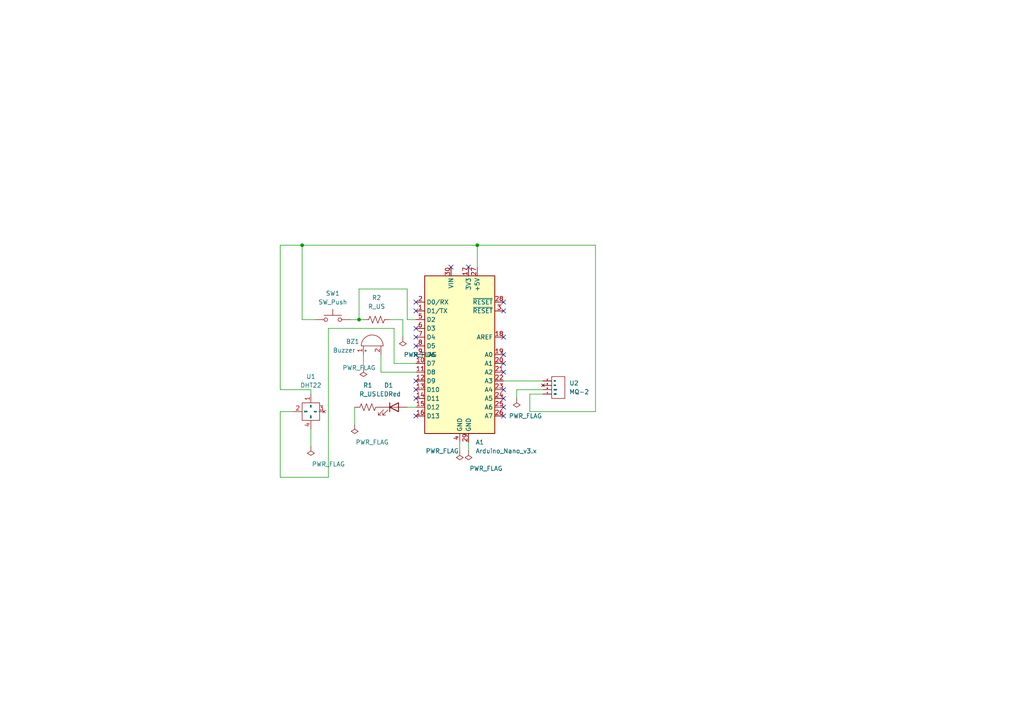
<source format=kicad_sch>
(kicad_sch (version 20211123) (generator eeschema)
  (paper "A4")
  (title_block (title "PureAir Schematique") (rev "1.0") (company "Scientux"))
  (lib_symbols
    (symbol "Device:Buzzer" (pin_names (offset 0.0254) hide)
      (property "Reference" "BZ" (at 3.81 1.27 0))
      (property "Value" "Buzzer" (at 3.81 -1.27 0))
      (symbol "Buzzer_0_1"
        (arc (start 0 -3.175) (mid 3.175 0) (end 0 3.175))
        (polyline (pts (xy -1.651 1.905) (xy -1.143 1.905)))
        (polyline (pts (xy -1.397 2.159) (xy -1.397 1.651)))
        (polyline (pts (xy 0 3.175) (xy 0 -3.175)))
      )
      (symbol "Buzzer_1_1"
        (pin passive line (at -2.54 2.54 0) (length 2.54) (name "-") (number "1"))
        (pin passive line (at -2.54 -2.54 0) (length 2.54) (name "+") (number "2"))
      )
    )
    (symbol "Device:LED" (pin_numbers hide) (pin_names (offset 1.016) hide)
      (property "Reference" "D" (at 0 2.54 0))
      (property "Value" "LED" (at 0 -2.54 0))
      (symbol "LED_0_1"
        (polyline (pts (xy -1.27 -1.27) (xy -1.27 1.27)) (stroke (width 0.254)))
        (polyline (pts (xy -1.27 0) (xy 1.27 0)))
        (polyline (pts (xy 1.27 -1.27) (xy 1.27 1.27) (xy -1.27 0) (xy 1.27 -1.27)) (stroke (width 0.254)))
        (polyline (pts (xy -3.048 -0.762) (xy -4.572 -2.286) (xy -3.81 -2.286) (xy -4.572 -2.286) (xy -4.572 -1.524)))
        (polyline (pts (xy -1.778 -0.762) (xy -3.302 -2.286) (xy -2.54 -2.286) (xy -3.302 -2.286) (xy -3.302 -1.524)))
      )
      (symbol "LED_1_1"
        (pin passive line (at -3.81 0 0) (length 2.54) (name "K") (number "1"))
        (pin passive line (at 3.81 0 180) (length 2.54) (name "A") (number "2"))
      )
    )
    (symbol "Device:R_US" (pin_numbers hide) (pin_names (offset 0))
      (property "Reference" "R" (at 2.54 0 90))
      (property "Value" "R_US" (at -2.54 0 90))
      (symbol "R_US_0_1"
        (polyline (pts (xy 0 -2.286) (xy 0 -2.54)))
        (polyline (pts (xy 0 2.286) (xy 0 2.54)))
        (polyline (pts (xy 0 -0.762) (xy 1.016 -1.143) (xy 0 -1.524) (xy -1.016 -1.905) (xy 0 -2.286)))
        (polyline (pts (xy 0 0.762) (xy 1.016 0.381) (xy 0 0) (xy -1.016 -0.381) (xy 0 -0.762)))
        (polyline (pts (xy 0 2.286) (xy 1.016 1.905) (xy 0 1.524) (xy -1.016 1.143) (xy 0 0.762)))
      )
      (symbol "R_US_1_1"
        (pin passive line (at 0 3.81 270) (length 1.27) (name "~") (number "1"))
        (pin passive line (at 0 -3.81 90) (length 1.27) (name "~") (number "2"))
      )
    )
    (symbol "MCU_Module:Arduino_Nano_v3.x"
      (property "Reference" "A" (at -10.16 23.495 0))
      (property "Value" "Arduino_Nano_v3.x" (at 5.08 -24.13 0))
      (symbol "Arduino_Nano_v3.x_0_1"
        (rectangle (start -10.16 22.86) (end 10.16 -22.86) (stroke (width 0.254)) (fill (type background)))
      )
      (symbol "Arduino_Nano_v3.x_1_1"
        (pin bidirectional line (at -12.7 12.7 0) (length 2.54) (name "D1/TX") (number "1"))
        (pin bidirectional line (at -12.7 -2.54 0) (length 2.54) (name "D7") (number "10"))
        (pin bidirectional line (at -12.7 -5.08 0) (length 2.54) (name "D8") (number "11"))
        (pin bidirectional line (at -12.7 -7.62 0) (length 2.54) (name "D9") (number "12"))
        (pin bidirectional line (at -12.7 -10.16 0) (length 2.54) (name "D10") (number "13"))
        (pin bidirectional line (at -12.7 -12.7 0) (length 2.54) (name "D11") (number "14"))
        (pin bidirectional line (at -12.7 -15.24 0) (length 2.54) (name "D12") (number "15"))
        (pin bidirectional line (at -12.7 -17.78 0) (length 2.54) (name "D13") (number "16"))
        (pin power_out line (at 2.54 25.4 270) (length 2.54) (name "3V3") (number "17"))
        (pin input line (at 12.7 5.08 180) (length 2.54) (name "AREF") (number "18"))
        (pin bidirectional line (at 12.7 0 180) (length 2.54) (name "A0") (number "19"))
        (pin bidirectional line (at -12.7 15.24 0) (length 2.54) (name "D0/RX") (number "2"))
        (pin bidirectional line (at 12.7 -2.54 180) (length 2.54) (name "A1") (number "20"))
        (pin bidirectional line (at 12.7 -5.08 180) (length 2.54) (name "A2") (number "21"))
        (pin bidirectional line (at 12.7 -7.62 180) (length 2.54) (name "A3") (number "22"))
        (pin bidirectional line (at 12.7 -10.16 180) (length 2.54) (name "A4") (number "23"))
        (pin bidirectional line (at 12.7 -12.7 180) (length 2.54) (name "A5") (number "24"))
        (pin bidirectional line (at 12.7 -15.24 180) (length 2.54) (name "A6") (number "25"))
        (pin bidirectional line (at 12.7 -17.78 180) (length 2.54) (name "A7") (number "26"))
        (pin power_out line (at 5.08 25.4 270) (length 2.54) (name "+5V") (number "27"))
        (pin input line (at 12.7 15.24 180) (length 2.54) (name "~{RESET}") (number "28"))
        (pin power_in line (at 2.54 -25.4 90) (length 2.54) (name "GND") (number "29"))
        (pin input line (at 12.7 12.7 180) (length 2.54) (name "~{RESET}") (number "3"))
        (pin power_in line (at -2.54 25.4 270) (length 2.54) (name "VIN") (number "30"))
        (pin power_in line (at 0 -25.4 90) (length 2.54) (name "GND") (number "4"))
        (pin bidirectional line (at -12.7 10.16 0) (length 2.54) (name "D2") (number "5"))
        (pin bidirectional line (at -12.7 7.62 0) (length 2.54) (name "D3") (number "6"))
        (pin bidirectional line (at -12.7 5.08 0) (length 2.54) (name "D4") (number "7"))
        (pin bidirectional line (at -12.7 2.54 0) (length 2.54) (name "D5") (number "8"))
        (pin bidirectional line (at -12.7 0 0) (length 2.54) (name "D6") (number "9"))
      )
    )
    (symbol "PureAirLib:DHT22"
      (property "Reference" "U" (at 7.62 7.62 0))
      (property "Value" "DHT22" (at -7.62 7.62 0))
      (symbol "DHT22_0_1"
        (rectangle (start 2.54 -2.54) (end -2.54 2.54))
      )
      (symbol "DHT22_1_1"
        (pin power_in line (at 0 5.08 270) (length 2.54) (name "VDD") (number "1"))
        (pin bidirectional line (at -5.08 0 0) (length 2.54) (name "DATA") (number "2"))
        (pin no_connect line (at 3.81 0 180) (length 1.5) (name "Null") (number "3"))
        (pin power_in line (at 0 -5.08 90) (length 2.54) (name "GND") (number "4"))
      )
    )
    (symbol "PureAirLib:MQ-2"
      (property "Reference" "U" (at 1.27 5.08 0))
      (property "Value" "MQ-2" (at 1.27 3.81 0))
      (symbol "MQ-2_0_1"
        (rectangle (start 0 2.54) (end 3.81 -3.81))
      )
      (symbol "MQ-2_1_1"
        (pin bidirectional line (at -2.54 1.27 0) (length 2.54) (name "AO") (number "1"))
        (pin no_connect line (at -2.54 0 0) (length 2.54) (name "DO") (number "2"))
        (pin power_in line (at -2.54 -1.27 0) (length 2.54) (name "GND") (number "3"))
        (pin power_in line (at -2.54 -2.54 0) (length 2.54) (name "VCC") (number "4"))
      )
    )
    (symbol "Switch:SW_Push" (pin_numbers hide) (pin_names (offset 1.016) hide)
      (property "Reference" "SW" (at 1.27 2.54 0))
      (property "Value" "SW_Push" (at 0 -1.524 0))
      (symbol "SW_Push_0_1"
        (circle (center -2.032 0) (radius 0.508))
        (polyline (pts (xy 0 1.27) (xy 0 3.048)))
        (polyline (pts (xy 2.54 1.27) (xy -2.54 1.27)))
        (circle (center 2.032 0) (radius 0.508))
        (pin passive line (at -5.08 0 0) (length 2.54) (name "1") (number "1"))
        (pin passive line (at 5.08 0 180) (length 2.54) (name "2") (number "2"))
      )
    )
    (symbol "power:PWR_FLAG" (power) (pin_numbers hide) (pin_names (offset 0) hide)
      (property "Value" "PWR_FLAG" (at 0 3.81 0))
      (symbol "PWR_FLAG_0_0"
        (pin power_out line (at 0 0 90) (length 0) (name "pwr") (number "1"))
      )
      (symbol "PWR_FLAG_0_1"
        (polyline (pts (xy 0 0) (xy 0 1.27) (xy -1.016 1.905) (xy 0 2.54) (xy 1.016 1.905) (xy 0 1.27)))
      )
    )
  )
  (junction (at 138.43 71.12))
  (junction (at 104.14 92.71))
  (junction (at 87.63 71.12))
  (no_connect (at 120.65 95.25))
  (no_connect (at 146.05 113.03))
  (no_connect (at 146.05 115.57))
  (no_connect (at 120.65 97.79))
  (no_connect (at 120.65 100.33))
  (no_connect (at 120.65 87.63))
  (no_connect (at 120.65 90.17))
  (no_connect (at 120.65 115.57))
  (no_connect (at 120.65 113.03))
  (no_connect (at 120.65 110.49))
  (no_connect (at 120.65 102.87))
  (no_connect (at 120.65 120.65))
  (no_connect (at 146.05 90.17))
  (no_connect (at 146.05 97.79))
  (no_connect (at 146.05 87.63))
  (no_connect (at 146.05 102.87))
  (no_connect (at 146.05 105.41))
  (no_connect (at 146.05 107.95))
  (no_connect (at 146.05 118.11))
  (no_connect (at 146.05 120.65))
  (no_connect (at 130.81 77.47))
  (no_connect (at 135.89 77.47))
  (wire (pts (xy 95.25 138.43) (xy 95.25 95.25)))
  (wire (pts (xy 81.28 71.12) (xy 87.63 71.12)))
  (wire (pts (xy 157.48 114.3) (xy 153.67 114.3)))
  (wire (pts (xy 87.63 71.12) (xy 87.63 92.71)))
  (wire (pts (xy 135.89 130.81) (xy 135.89 128.27)))
  (wire (pts (xy 87.63 71.12) (xy 138.43 71.12)))
  (wire (pts (xy 90.17 129.54) (xy 90.17 124.46)))
  (wire (pts (xy 90.17 114.3) (xy 90.17 113.03)))
  (wire (pts (xy 149.86 113.03) (xy 157.48 113.03)))
  (wire (pts (xy 118.11 118.11) (xy 120.65 118.11)))
  (wire (pts (xy 81.28 138.43) (xy 95.25 138.43)))
  (wire (pts (xy 172.72 71.12) (xy 138.43 71.12)))
  (wire (pts (xy 138.43 71.12) (xy 138.43 77.47)))
  (wire (pts (xy 110.49 107.95) (xy 120.65 107.95)))
  (wire (pts (xy 133.35 130.81) (xy 133.35 128.27)))
  (wire (pts (xy 153.67 119.38) (xy 172.72 119.38)))
  (wire (pts (xy 95.25 95.25) (xy 114.3 95.25)))
  (wire (pts (xy 172.72 119.38) (xy 172.72 71.12)))
  (wire (pts (xy 102.87 118.11) (xy 102.87 123.19)))
  (wire (pts (xy 81.28 119.38) (xy 81.28 138.43)))
  (wire (pts (xy 118.11 92.71) (xy 118.11 83.82)))
  (wire (pts (xy 120.65 92.71) (xy 118.11 92.71)))
  (wire (pts (xy 105.41 102.87) (xy 105.41 106.68)))
  (wire (pts (xy 91.44 92.71) (xy 87.63 92.71)))
  (wire (pts (xy 105.41 92.71) (xy 104.14 92.71)))
  (wire (pts (xy 104.14 83.82) (xy 104.14 92.71)))
  (wire (pts (xy 81.28 113.03) (xy 81.28 71.12)))
  (wire (pts (xy 118.11 83.82) (xy 104.14 83.82)))
  (wire (pts (xy 114.3 105.41) (xy 120.65 105.41)))
  (wire (pts (xy 104.14 92.71) (xy 101.6 92.71)))
  (wire (pts (xy 116.84 92.71) (xy 116.84 97.79)))
  (wire (pts (xy 85.09 119.38) (xy 81.28 119.38)))
  (wire (pts (xy 114.3 95.25) (xy 114.3 105.41)))
  (wire (pts (xy 90.17 113.03) (xy 81.28 113.03)))
  (wire (pts (xy 146.05 110.49) (xy 157.48 110.49)))
  (wire (pts (xy 110.49 102.87) (xy 110.49 107.95)))
  (wire (pts (xy 113.03 92.71) (xy 116.84 92.71)))
  (wire (pts (xy 149.86 115.57) (xy 149.86 113.03)))
  (wire (pts (xy 153.67 114.3) (xy 153.67 119.38)))
  (symbol (lib_id "power:PWR_FLAG") (at 135.89 130.81 180) (unit 1)
    (property "Reference" "#FLG0101" (effects hide))
    (property "Value" "PWR_FLAG" (at 140.97 135.89 0))
  )
  (symbol (lib_id "PureAirLib:DHT22") (at 90.17 119.38 0) (unit 1)
    (property "Reference" "U1" (at 90.17 109.22 0))
    (property "Value" "DHT22" (at 90.17 111.76 0))
  )
  (symbol (lib_id "PureAirLib:MQ-2") (at 160.02 111.76 0) (unit 1)
    (property "Reference" "U2" (at 165.1 111.1249 0) (effects (justify left)))
    (property "Value" "MQ-2" (at 165.1 113.6649 0) (effects (justify left)))
  )
  (symbol (lib_id "Device:Buzzer") (at 107.95 100.33 90) (unit 1)
    (property "Reference" "BZ1" (at 100.33 99.06 90) (effects (justify right)))
    (property "Value" "Buzzer" (at 96.52 101.6 90) (effects (justify right)))
  )
  (symbol (lib_id "power:PWR_FLAG") (at 133.35 130.81 180) (unit 1)
    (property "Reference" "#FLG0102" (effects hide))
    (property "Value" "PWR_FLAG" (at 128.27 130.81 0))
  )
  (symbol (lib_id "Device:R_US") (at 109.22 92.71 90) (unit 1)
    (property "Reference" "R2" (at 109.22 86.36 90))
    (property "Value" "R_US" (at 109.22 88.9 90))
  )
  (symbol (lib_id "power:PWR_FLAG") (at 102.87 123.19 180) (unit 1)
    (property "Reference" "#FLG0105" (effects hide))
    (property "Value" "PWR_FLAG" (at 107.95 128.27 0))
  )
  (symbol (lib_id "Switch:SW_Push") (at 96.52 92.71 0) (unit 1)
    (property "Reference" "SW1" (at 96.52 85.09 0))
    (property "Value" "SW_Push" (at 96.52 87.63 0))
  )
  (symbol (lib_id "power:PWR_FLAG") (at 105.41 106.68 180) (unit 1)
    (property "Reference" "#FLG0106" (effects hide))
    (property "Value" "PWR_FLAG" (at 104.14 106.68 0))
  )
  (symbol (lib_id "power:PWR_FLAG") (at 149.86 115.57 180) (unit 1)
    (property "Reference" "#FLG0107" (effects hide))
    (property "Value" "PWR_FLAG" (at 152.4 120.65 0))
  )
  (symbol (lib_id "MCU_Module:Arduino_Nano_v3.x") (at 133.35 102.87 0) (unit 1)
    (property "Reference" "A1" (at 137.9094 128.27 0) (effects (justify left)))
    (property "Value" "Arduino_Nano_v3.x" (at 137.9094 130.81 0) (effects (justify left)))
    (property "Footprint" "Module:Arduino_Nano" (effects hide))
    (property "Datasheet" "http://www.mouser.com/pdfdocs/Gravitech_Arduino_Nano3_0.pdf" (effects hide))
  )
  (symbol (lib_id "Device:R_US") (at 106.68 118.11 90) (unit 1)
    (property "Reference" "R1" (at 106.68 111.76 90))
    (property "Value" "R_US" (at 106.68 114.3 90))
  )
  (symbol (lib_id "power:PWR_FLAG") (at 90.17 129.54 180) (unit 1)
    (property "Reference" "#FLG0103" (effects hide))
    (property "Value" "PWR_FLAG" (at 95.25 134.62 0))
  )
  (symbol (lib_id "Device:LED") (at 114.3 118.11 0) (unit 1)
    (property "Reference" "D1" (at 112.7125 111.76 0))
    (property "Value" "LEDRed" (at 112.7125 114.3 0))
  )
  (symbol (lib_id "power:PWR_FLAG") (at 116.84 97.79 180) (unit 1)
    (property "Reference" "#FLG0104" (effects hide))
    (property "Value" "PWR_FLAG" (at 121.92 102.87 0))
  )
)
</source>
